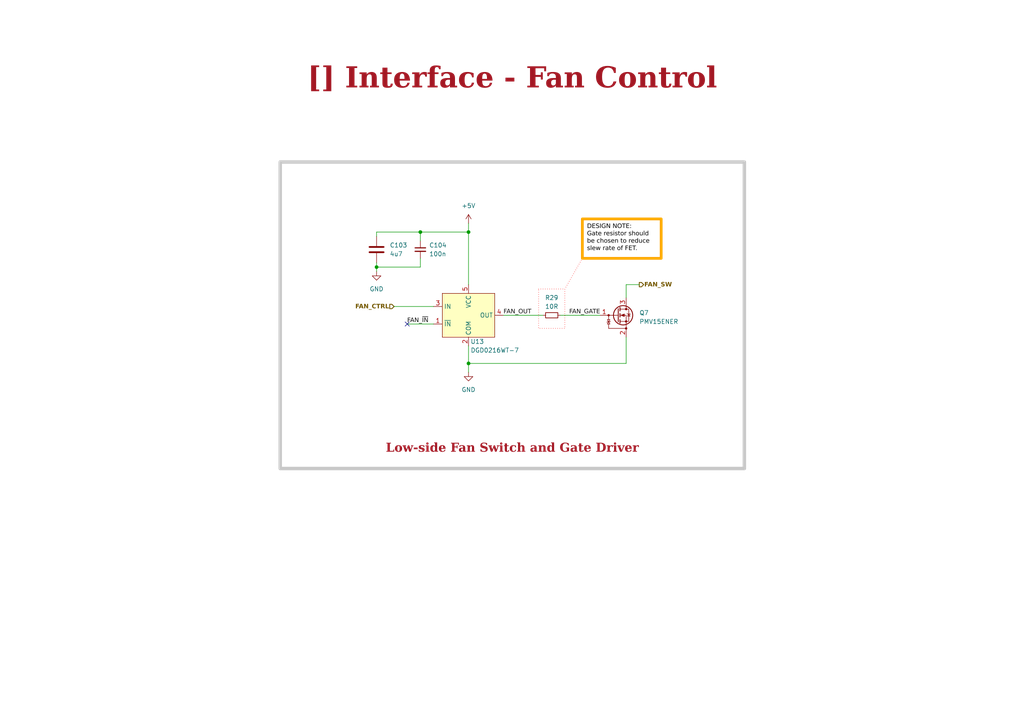
<source format=kicad_sch>
(kicad_sch (version 20230121) (generator eeschema)
  (paper "A4")
  (title_block (title "Interface - Fan Control") (date "2023-11-19") (rev "${REVISION}") (company "${COMPANY}"))
  (lib_symbols
    (symbol "0_gate_driver:DGD0216WT-7"
      (property "Reference" "U" (at -7.62 7.62 0))
      (property "Value" "DGD0216WT-7" (at 7.62 -7.62 0))
      (symbol "DGD0216WT-7_1_1"
        (rectangle (start -7.62 6.35) (end 7.62 -6.35) (fill (type background)))
        (pin input line (at -10.16 -2.54 0) (length 2.54) (name "~{IN}") (number "1"))
        (pin passive line (at 0 -8.89 90) (length 2.54) (name "COM") (number "2"))
        (pin input line (at -10.16 2.54 0) (length 2.54) (name "IN") (number "3"))
        (pin output line (at 10.16 0 180) (length 2.54) (name "OUT") (number "4"))
        (pin power_in line (at 0 8.89 270) (length 2.54) (name "VCC") (number "5"))
      )
    )
    (symbol "0_transistor_fet:PMV15ENER" (pin_names hide)
      (property "Reference" "Q" (at 5.08 1.905 0))
      (property "Value" "PMV15ENER" (at 5.08 0 0))
      (symbol "PMV15ENER_0_1"
        (circle (center -2.54 0) (radius 0.254) (fill (type outline)))
        (polyline (pts (xy -2.54 -3.81) (xy -2.54 -2.54)))
        (polyline (pts (xy -2.54 -3.81) (xy 2.54 -3.81)))
        (polyline (pts (xy -2.54 0) (xy -2.54 -1.27)))
        (polyline (pts (xy 0.254 0) (xy -2.54 0)))
        (polyline (pts (xy 0.254 1.905) (xy 0.254 -1.905)) (stroke (width 0.254)))
        (polyline (pts (xy 0.762 -1.27) (xy 0.762 -2.286)) (stroke (width 0.254)))
        (polyline (pts (xy 0.762 0.508) (xy 0.762 -0.508)) (stroke (width 0.254)))
        (polyline (pts (xy 0.762 2.286) (xy 0.762 1.27)) (stroke (width 0.254)))
        (polyline (pts (xy 2.54 2.54) (xy 2.54 1.778)))
        (polyline (pts (xy 2.54 -3.81) (xy 2.54 0) (xy 0.762 0)))
        (polyline (pts (xy -2.54 -1.905) (xy -2.921 -1.27) (xy -2.159 -1.27) (xy -2.54 -1.905)))
        (polyline (pts (xy -2.54 -1.905) (xy -2.159 -2.54) (xy -2.921 -2.54) (xy -2.54 -1.905)))
        (polyline (pts (xy -2.032 -1.778) (xy -2.159 -1.905) (xy -2.921 -1.905) (xy -3.048 -2.032)))
        (polyline (pts (xy 0.762 -1.778) (xy 3.302 -1.778) (xy 3.302 1.778) (xy 0.762 1.778)))
        (polyline (pts (xy 1.016 0) (xy 2.032 0.381) (xy 2.032 -0.381) (xy 1.016 0)) (fill (type outline)))
        (polyline (pts (xy 2.794 0.508) (xy 2.921 0.381) (xy 3.683 0.381) (xy 3.81 0.254)))
        (polyline (pts (xy 3.302 0.381) (xy 2.921 -0.254) (xy 3.683 -0.254) (xy 3.302 0.381)))
        (circle (center 1.651 0) (radius 2.794) (stroke (width 0.254)))
        (circle (center 2.54 -3.81) (radius 0.254) (fill (type outline)))
        (circle (center 2.54 -1.778) (radius 0.254) (fill (type outline)))
        (circle (center 2.54 1.778) (radius 0.254) (fill (type outline)))
      )
      (symbol "PMV15ENER_1_1"
        (pin input line (at -5.08 0 0) (length 2.54) (name "G") (number "1"))
        (pin passive line (at 2.54 -6.35 90) (length 2.54) (name "S") (number "2"))
        (pin passive line (at 2.54 5.08 270) (length 2.54) (name "D") (number "3"))
      )
    )
    (symbol "Device:C" (pin_numbers hide) (pin_names (offset 0.254))
      (property "Reference" "C" (at 0.635 2.54 0))
      (property "Value" "C" (at 0.635 -2.54 0))
      (symbol "C_0_1"
        (polyline (pts (xy -2.032 -0.762) (xy 2.032 -0.762)) (stroke (width 0.508)))
        (polyline (pts (xy -2.032 0.762) (xy 2.032 0.762)) (stroke (width 0.508)))
      )
      (symbol "C_1_1"
        (pin passive line (at 0 3.81 270) (length 2.794) (name "~") (number "1"))
        (pin passive line (at 0 -3.81 90) (length 2.794) (name "~") (number "2"))
      )
    )
    (symbol "Device:C_Small" (pin_numbers hide) (pin_names (offset 0.254) hide)
      (property "Reference" "C" (at 0.254 1.778 0))
      (property "Value" "C_Small" (at 0.254 -2.032 0))
      (symbol "C_Small_0_1"
        (polyline (pts (xy -1.524 -0.508) (xy 1.524 -0.508)) (stroke (width 0.3302)))
        (polyline (pts (xy -1.524 0.508) (xy 1.524 0.508)) (stroke (width 0.3048)))
      )
      (symbol "C_Small_1_1"
        (pin passive line (at 0 2.54 270) (length 2.032) (name "~") (number "1"))
        (pin passive line (at 0 -2.54 90) (length 2.032) (name "~") (number "2"))
      )
    )
    (symbol "Device:R_Small" (pin_numbers hide) (pin_names (offset 0.254) hide)
      (property "Reference" "R" (at 0.762 0.508 0))
      (property "Value" "R_Small" (at 0.762 -1.016 0))
      (symbol "R_Small_0_1"
        (rectangle (start -0.762 1.778) (end 0.762 -1.778) (stroke (width 0.2032)))
      )
      (symbol "R_Small_1_1"
        (pin passive line (at 0 2.54 270) (length 0.762) (name "~") (number "1"))
        (pin passive line (at 0 -2.54 90) (length 0.762) (name "~") (number "2"))
      )
    )
    (symbol "power:+5V" (power) (pin_names (offset 0))
      (property "Value" "+5V" (at 0 3.556 0))
      (symbol "+5V_0_1"
        (polyline (pts (xy -0.762 1.27) (xy 0 2.54)))
        (polyline (pts (xy 0 0) (xy 0 2.54)))
        (polyline (pts (xy 0 2.54) (xy 0.762 1.27)))
      )
      (symbol "+5V_1_1"
        (pin power_in line (at 0 0 90) (length 0) hide (name "+5V") (number "1"))
      )
    )
    (symbol "power:GND" (power) (pin_names (offset 0))
      (property "Value" "GND" (at 0 -3.81 0))
      (symbol "GND_0_1"
        (polyline (pts (xy 0 0) (xy 0 -1.27) (xy 1.27 -1.27) (xy 0 -2.54) (xy -1.27 -1.27) (xy 0 -1.27)))
      )
      (symbol "GND_1_1"
        (pin power_in line (at 0 0 270) (length 0) hide (name "GND") (number "1"))
      )
    )
  )
  (junction (at 135.89 67.31))
  (junction (at 135.89 105.41))
  (junction (at 121.92 67.31))
  (junction (at 109.22 77.47))
  (no_connect (at 118.11 93.98))
  (wire (pts (xy 109.22 77.47) (xy 109.22 76.2)))
  (wire (pts (xy 135.89 64.77) (xy 135.89 67.31)))
  (wire (pts (xy 146.05 91.44) (xy 157.48 91.44)))
  (wire (pts (xy 135.89 107.95) (xy 135.89 105.41)))
  (wire (pts (xy 181.61 82.55) (xy 181.61 86.36)))
  (wire (pts (xy 121.92 67.31) (xy 135.89 67.31)))
  (wire (pts (xy 109.22 67.31) (xy 121.92 67.31)))
  (wire (pts (xy 135.89 105.41) (xy 135.89 100.33)))
  (wire (pts (xy 109.22 78.74) (xy 109.22 77.47)))
  (wire (pts (xy 135.89 67.31) (xy 135.89 82.55)))
  (wire (pts (xy 181.61 105.41) (xy 181.61 97.79)))
  (wire (pts (xy 121.92 69.85) (xy 121.92 67.31)))
  (wire (pts (xy 109.22 77.47) (xy 121.92 77.47)))
  (wire (pts (xy 162.56 91.44) (xy 173.99 91.44)))
  (wire (pts (xy 185.42 82.55) (xy 181.61 82.55)))
  (wire (pts (xy 121.92 77.47) (xy 121.92 74.93)))
  (wire (pts (xy 135.89 105.41) (xy 181.61 105.41)))
  (wire (pts (xy 114.3 88.9) (xy 125.73 88.9)))
  (polyline (pts (xy 168.91 74.93) (xy 163.83 83.82)) (stroke (width 0) (type dot) (color 255 0 0 1)))
  (wire (pts (xy 109.22 68.58) (xy 109.22 67.31)))
  (wire (pts (xy 118.11 93.98) (xy 125.73 93.98)))
  (rectangle (start 81.28 46.99) (end 215.9 135.89) (stroke (width 1) (color 200 200 200 1)))
  (rectangle (start 156.21 83.82) (end 163.83 95.25) (stroke (width 0) (type dot) (color 255 0 0 1)))
  (text_box "Low-side Fan Switch and Gate Driver" (at 82.55 124.46 0) (size 132.08 8.89) (stroke (width -0.0001)) (effects (font (size 2.54 2.54) (thickness 0.508) bold) (justify bottom)))
  (text_box "DESIGN NOTE:\nGate resistor should be chosen to reduce slew rate of FET." (at 168.91 63.5 0) (size 22.86 11.43) (stroke (width 0.8) (color 255 165 0 1)) (effects (font (size 1.27 1.27)) (justify left top)))
  (text_box "[${#}] ${TITLE}" (at 80.01 16.51 0) (size 137.16 12.7) (stroke (width -0.0001)) (effects (font (size 6 6) (thickness 1.2) bold)))
  (label "FAN_OUT" (at 146.05 91.44 0))
  (label "FAN_GATE" (at 165.1 91.44 0))
  (label "FAN_~{IN}" (at 118.11 93.98 0))
  (hierarchical_label "FAN_SW" (shape output) (at 185.42 82.55 0) (effects (font (thickness 0.254) bold)))
  (hierarchical_label "FAN_CTRL" (shape input) (at 114.3 88.9 180) (effects (font (thickness 0.254) bold)))
  (symbol (lib_id "Device:C") (at 109.22 72.39 0) (unit 1)
    (property "Reference" "C103" (at 113.03 71.12 0) (effects (justify left)))
    (property "Value" "4u7" (at 113.03 73.66 0) (effects (justify left)))
    (property "Footprint" "0_capacitor_smd:C_0603_1608_DensityHigh" (effects hide))
  )
  (symbol (lib_id "Device:R_Small") (at 160.02 91.44 90) (unit 1)
    (property "Reference" "R29" (at 160.02 86.36 90))
    (property "Value" "10R" (at 160.02 88.9 90))
    (property "Footprint" "0_resistor_smd:R_0603_1608_DensityHigh" (effects hide))
  )
  (symbol (lib_id "power:GND") (at 109.22 78.74 0) (unit 1)
    (property "Reference" "#PWR058" (effects hide))
    (property "Value" "GND" (at 109.22 83.82 0))
  )
  (symbol (lib_id "power:+5V") (at 135.89 64.77 0) (unit 1)
    (property "Reference" "#PWR059" (effects hide))
    (property "Value" "+5V" (at 135.89 59.69 0))
  )
  (symbol (lib_id "power:GND") (at 135.89 107.95 0) (unit 1)
    (property "Reference" "#PWR060" (effects hide))
    (property "Value" "GND" (at 135.89 113.03 0))
  )
  (symbol (lib_id "0_gate_driver:DGD0216WT-7") (at 135.89 91.44 0) (unit 1)
    (property "Reference" "U13" (at 138.43 99.06 0))
    (property "Value" "DGD0216WT-7" (at 143.51 101.6 0))
    (property "Footprint" "0_package_SOT_TO_SMD:SOT-23-5" (effects hide))
    (property "Datasheet" "https://www.diodes.com/assets/Datasheets/DGD0215-0216.pdf" (effects hide))
  )
  (symbol (lib_id "0_transistor_fet:PMV15ENER") (at 179.07 91.44 0) (unit 1)
    (property "Reference" "Q7" (at 185.42 90.7415 0) (effects (justify left)))
    (property "Value" "PMV15ENER" (at 185.42 93.2815 0) (effects (justify left)))
    (property "Footprint" "0_package_SOT_TO_SMD:SOT95P230X110-3N" (effects hide))
    (property "Datasheet" "https://assets.nexperia.com/documents/data-sheet/PMV15ENE.pdf" (effects hide))
  )
  (symbol (lib_id "Device:C_Small") (at 121.92 72.39 0) (unit 1)
    (property "Reference" "C104" (at 124.46 71.1263 0) (effects (justify left)))
    (property "Value" "100n" (at 124.46 73.6663 0) (effects (justify left)))
    (property "Footprint" "0_capacitor_smd:C_0402_1005_DensityHigh" (effects hide))
  )
)
</source>
